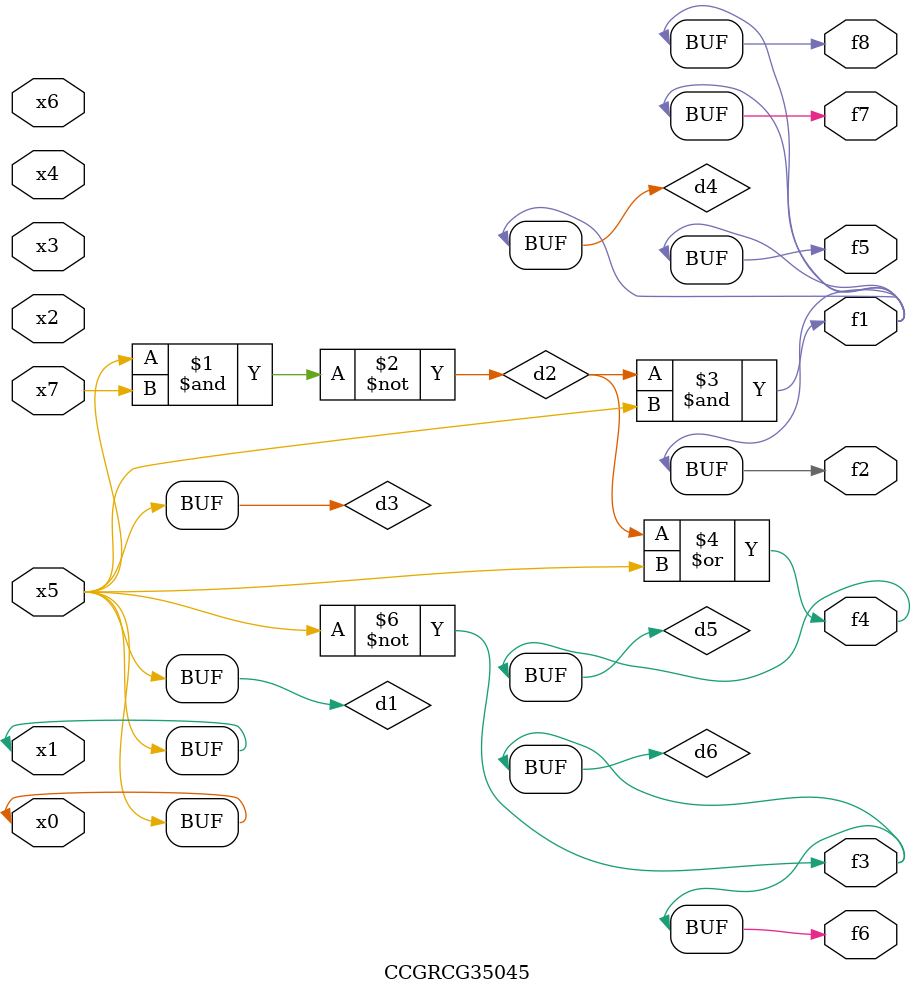
<source format=v>
module CCGRCG35045(
	input x0, x1, x2, x3, x4, x5, x6, x7,
	output f1, f2, f3, f4, f5, f6, f7, f8
);

	wire d1, d2, d3, d4, d5, d6;

	buf (d1, x0, x5);
	nand (d2, x5, x7);
	buf (d3, x0, x1);
	and (d4, d2, d3);
	or (d5, d2, d3);
	nor (d6, d1, d3);
	assign f1 = d4;
	assign f2 = d4;
	assign f3 = d6;
	assign f4 = d5;
	assign f5 = d4;
	assign f6 = d6;
	assign f7 = d4;
	assign f8 = d4;
endmodule

</source>
